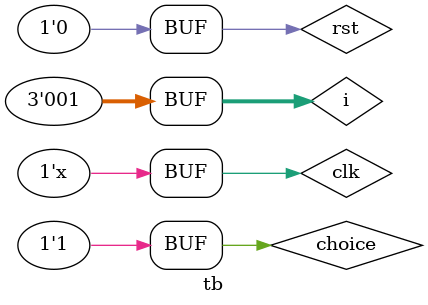
<source format=v>
`timescale 1ns / 1ps


module tb;
reg [2:0]i;
reg rst,choice,clk;
wire out;
wire [2:0]ret;

VendingMachine VM(out,ret,i,choice,rst,clk);
always #5 clk=~clk;

    initial 
    begin
        clk=0;  rst=1'b1;
        #7 rst=0; 
        #7 i=3'b100; choice=1'b1;
        #7 i=3'b001;
        #7 choice=1'b0;
        #7 i=3'b010;
        #7 i=3'b100;
        #7 i=3'b001;
        #7 choice=1'b1;
    end
endmodule

</source>
